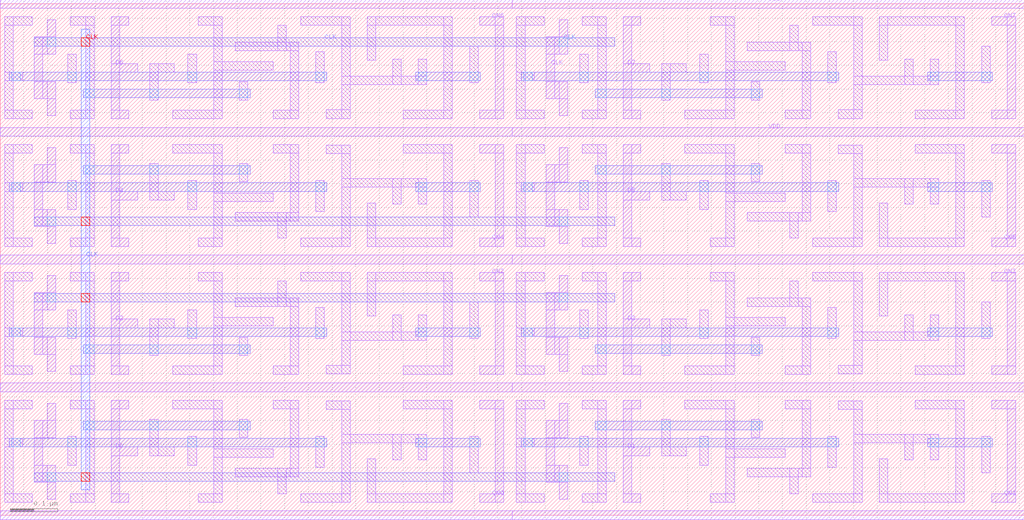
<source format=lef>
VERSION 5.8 ;
BUSBITCHARS "[]" ;
DIVIDERCHAR "/" ;
SITE asap7sc7p5t_R4
  CLASS CORE ;
  SIZE 0.054 BY 1.08 ;
  SYMMETRY Y ;
END asap7sc7p5t_R4

MACRO DFFHQNV4H2Xx1_ASAP7_75t_SL
  CLASS CORE ;
  ORIGIN 0.0 0.0 ;
  FOREIGN DFFHQNV4H2Xx1_ASAP7_75t_SL 0.0 0.0 ;
  SIZE 2.16 BY 1.08 ;
  SYMMETRY X Y ;
  SITE asap7sc7p5t_R4 ;
    PIN VDD
      USE POWER ;
      DIRECTION INOUT ;
      SHAPE ABUTMENT ;
      PORT
        LAYER M1 ;
          RECT 0.0 0.261 1.08 0.279 ;
          RECT 1.08 0.261 2.16 0.279 ;
          RECT 0.0 0.801 1.08 0.819 ;
          RECT 1.08 0.801 2.16 0.819 ;
      END
    END VDD
    PIN VSS
      USE GROUND ;
      DIRECTION INOUT ;
      SHAPE ABUTMENT ;
      PORT
        LAYER M1 ;
          RECT 0.0 -0.009 1.08 0.009 ;
          RECT 1.08 -0.009 2.16 0.009 ;
          RECT 0.0 0.549 1.08 0.531 ;
          RECT 1.08 0.549 2.16 0.531 ;
          RECT 0.0 1.089 1.08 1.071 ;
          RECT 1.08 1.089 2.16 1.071 ;
      END
    END VSS
    PIN CLK
      USE CLOCK ;
      DIRECTION INPUT ;
      PORT
        LAYER M1 ;
          RECT 0.099 0.164 0.117 0.236 ;
          RECT 0.072 0.07 0.117 0.106 ;
          RECT 0.099 0.034 0.117 0.106 ;
          RECT 0.072 0.164 0.117 0.2 ;
          RECT 0.072 0.07 0.09 0.2 ;
          RECT 1.179 0.164 1.197 0.236 ;
          RECT 1.152 0.07 1.197 0.106 ;
          RECT 1.179 0.034 1.197 0.106 ;
          RECT 1.152 0.164 1.197 0.2 ;
          RECT 1.152 0.07 1.17 0.2 ;
          RECT 0.099 0.376 0.117 0.304 ;
          RECT 0.072 0.47 0.117 0.434 ;
          RECT 0.099 0.506 0.117 0.434 ;
          RECT 0.072 0.376 0.117 0.34 ;
          RECT 0.072 0.47 0.09 0.34 ;
          RECT 1.179 0.376 1.197 0.304 ;
          RECT 1.152 0.47 1.197 0.434 ;
          RECT 1.179 0.506 1.197 0.434 ;
          RECT 1.152 0.376 1.197 0.34 ;
          RECT 1.152 0.47 1.17 0.34 ;
          RECT 0.099 0.704 0.117 0.776 ;
          RECT 0.072 0.61 0.117 0.646 ;
          RECT 0.099 0.574 0.117 0.646 ;
          RECT 0.072 0.704 0.117 0.74 ;
          RECT 0.072 0.61 0.09 0.74 ;
          RECT 1.179 0.704 1.197 0.776 ;
          RECT 1.152 0.61 1.197 0.646 ;
          RECT 1.179 0.574 1.197 0.646 ;
          RECT 1.152 0.704 1.197 0.74 ;
          RECT 1.152 0.61 1.17 0.74 ;
          RECT 0.099 0.916 0.117 0.844 ;
          RECT 0.072 1.01 0.117 0.974 ;
          RECT 0.099 1.046 0.117 0.974 ;
          RECT 0.072 0.916 0.117 0.88 ;
          RECT 0.072 1.01 0.09 0.88 ;
          RECT 1.179 0.916 1.197 0.844 ;
          RECT 1.152 1.01 1.197 0.974 ;
          RECT 1.179 1.046 1.197 0.974 ;
          RECT 1.152 0.916 1.197 0.88 ;
          RECT 1.152 1.01 1.17 0.88 ;
        LAYER M2 ;
          RECT 0.072 0.072 1.296 0.09 ;
          RECT 0.072 0.45 1.296 0.468 ;
          RECT 0.072 0.612 1.296 0.63 ;
          RECT 0.072 0.99 1.296 1.008 ;
        LAYER V1 ;
          RECT 0.099 0.072 0.117 0.09 ;
          RECT 1.179 0.072 1.197 0.09 ;
          RECT 0.099 0.45 0.117 0.468 ;
          RECT 1.179 0.45 1.197 0.468 ;
          RECT 0.099 0.612 0.117 0.63 ;
          RECT 1.179 0.612 1.197 0.63 ;
          RECT 0.099 0.99 0.117 1.008 ;
          RECT 1.179 0.99 1.197 1.008 ;
        LAYER M3 ;
          RECT 0.171 0.054 0.189 1.026 ;
        LAYER V2 ;
          RECT 0.171 0.072 0.189 0.09 ;
          RECT 0.171 0.45 0.189 0.468 ;
          RECT 0.171 0.612 0.189 0.63 ;
          RECT 0.171 0.99 0.189 1.008 ;
      END
    END CLK
    PIN D0
      USE SIGNAL ;
      DIRECTION INPUT ;
      PORT
        LAYER M1 ;
          RECT 0.234 0.126 0.29 0.144 ;
          RECT 0.234 0.225 0.271 0.243 ;
          RECT 0.234 0.027 0.271 0.045 ;
          RECT 0.234 0.027 0.252 0.243 ;
      END
    END D0
    PIN QN0
      USE SIGNAL ;
      DIRECTION OUTPUT ;
      PORT
        LAYER M1 ;
          RECT 1.012 0.225 1.062 0.243 ;
          RECT 1.044 0.027 1.062 0.243 ;
          RECT 1.012 0.027 1.062 0.045 ;
      END
    END QN0
    PIN D1
      USE SIGNAL ;
      DIRECTION INPUT ;
      PORT
        LAYER M1 ;
          RECT 1.314 0.126 1.37 0.144 ;
          RECT 1.314 0.225 1.351 0.243 ;
          RECT 1.314 0.027 1.351 0.045 ;
          RECT 1.314 0.027 1.332 0.243 ;
      END
    END D1
    PIN QN1
      USE SIGNAL ;
      DIRECTION OUTPUT ;
      PORT
        LAYER M1 ;
          RECT 2.092 0.225 2.142 0.243 ;
          RECT 2.124 0.027 2.142 0.243 ;
          RECT 2.092 0.027 2.142 0.045 ;
      END
    END QN1
    PIN D2
      USE SIGNAL ;
      DIRECTION INPUT ;
      PORT
        LAYER M1 ;
          RECT 0.234 0.414 0.29 0.396 ;
          RECT 0.234 0.315 0.271 0.297 ;
          RECT 0.234 0.513 0.271 0.495 ;
          RECT 0.234 0.513 0.252 0.297 ;
      END
    END D2
    PIN QN2
      USE SIGNAL ;
      DIRECTION OUTPUT ;
      PORT
        LAYER M1 ;
          RECT 1.012 0.315 1.062 0.297 ;
          RECT 1.044 0.513 1.062 0.297 ;
          RECT 1.012 0.513 1.062 0.495 ;
      END
    END QN2
    PIN D3
      USE SIGNAL ;
      DIRECTION INPUT ;
      PORT
        LAYER M1 ;
          RECT 1.314 0.414 1.37 0.396 ;
          RECT 1.314 0.315 1.351 0.297 ;
          RECT 1.314 0.513 1.351 0.495 ;
          RECT 1.314 0.513 1.332 0.297 ;
      END
    END D3
    PIN QN3
      USE SIGNAL ;
      DIRECTION OUTPUT ;
      PORT
        LAYER M1 ;
          RECT 2.092 0.315 2.142 0.297 ;
          RECT 2.124 0.513 2.142 0.297 ;
          RECT 2.092 0.513 2.142 0.495 ;
      END
    END QN3
    PIN D4
      USE SIGNAL ;
      DIRECTION INPUT ;
      PORT
        LAYER M1 ;
          RECT 0.234 0.666 0.29 0.684 ;
          RECT 0.234 0.765 0.271 0.783 ;
          RECT 0.234 0.567 0.271 0.585 ;
          RECT 0.234 0.567 0.252 0.783 ;
      END
    END D4
    PIN QN4
      USE SIGNAL ;
      DIRECTION OUTPUT ;
      PORT
        LAYER M1 ;
          RECT 1.012 0.765 1.062 0.783 ;
          RECT 1.044 0.567 1.062 0.783 ;
          RECT 1.012 0.567 1.062 0.585 ;
      END
    END QN4
    PIN D5
      USE SIGNAL ;
      DIRECTION INPUT ;
      PORT
        LAYER M1 ;
          RECT 1.314 0.666 1.37 0.684 ;
          RECT 1.314 0.765 1.351 0.783 ;
          RECT 1.314 0.567 1.351 0.585 ;
          RECT 1.314 0.567 1.332 0.783 ;
      END
    END D5
    PIN QN5
      USE SIGNAL ;
      DIRECTION OUTPUT ;
      PORT
        LAYER M1 ;
          RECT 2.092 0.765 2.142 0.783 ;
          RECT 2.124 0.567 2.142 0.783 ;
          RECT 2.092 0.567 2.142 0.585 ;
      END
    END QN5
    PIN D6
      USE SIGNAL ;
      DIRECTION INPUT ;
      PORT
        LAYER M1 ;
          RECT 0.234 0.954 0.29 0.936 ;
          RECT 0.234 0.855 0.271 0.837 ;
          RECT 0.234 1.053 0.271 1.035 ;
          RECT 0.234 1.053 0.252 0.837 ;
      END
    END D6
    PIN QN6
      USE SIGNAL ;
      DIRECTION OUTPUT ;
      PORT
        LAYER M1 ;
          RECT 1.012 0.855 1.062 0.837 ;
          RECT 1.044 1.053 1.062 0.837 ;
          RECT 1.012 1.053 1.062 1.035 ;
      END
    END QN6
    PIN D7
      USE SIGNAL ;
      DIRECTION INPUT ;
      PORT
        LAYER M1 ;
          RECT 1.314 0.954 1.37 0.936 ;
          RECT 1.314 0.855 1.351 0.837 ;
          RECT 1.314 1.053 1.351 1.035 ;
          RECT 1.314 1.053 1.332 0.837 ;
      END
    END D7
    PIN QN7
      USE SIGNAL ;
      DIRECTION OUTPUT ;
      PORT
        LAYER M1 ;
          RECT 2.092 0.855 2.142 0.837 ;
          RECT 2.124 1.053 2.142 0.837 ;
          RECT 2.092 1.053 2.142 1.035 ;
      END
    END QN7
    OBS
      LAYER M1 ;
        RECT 0.85 0.225 0.954 0.243 ;
        RECT 0.936 0.027 0.954 0.243 ;
        RECT 0.774 0.027 0.792 0.119 ;
        RECT 0.774 0.027 0.954 0.045 ;
        RECT 0.688 0.224 0.738 0.242 ;
        RECT 0.72 0.027 0.738 0.242 ;
        RECT 0.72 0.153 0.9 0.171 ;
        RECT 0.882 0.117 0.9 0.171 ;
        RECT 0.828 0.117 0.846 0.171 ;
        RECT 0.634 0.027 0.738 0.045 ;
        RECT 0.576 0.225 0.63 0.243 ;
        RECT 0.612 0.081 0.63 0.243 ;
        RECT 0.496 0.081 0.63 0.099 ;
        RECT 0.585 0.045 0.603 0.099 ;
        RECT 0.364 0.225 0.468 0.243 ;
        RECT 0.45 0.027 0.468 0.243 ;
        RECT 0.45 0.122 0.576 0.14 ;
        RECT 0.418 0.027 0.468 0.045 ;
        RECT 0.315 0.126 0.333 0.203 ;
        RECT 0.315 0.126 0.367 0.144 ;
        RECT 0.148 0.225 0.198 0.243 ;
        RECT 0.18 0.027 0.198 0.243 ;
        RECT 0.148 0.027 0.198 0.045 ;
        RECT 0.009 0.225 0.068 0.243 ;
        RECT 0.009 0.027 0.027 0.243 ;
        RECT 0.009 0.144 0.047 0.162 ;
        RECT 0.009 0.027 0.068 0.045 ;
        RECT 0.99 0.09 1.008 0.167 ;
        RECT 0.666 0.101 0.684 0.167 ;
        RECT 0.504 0.165 0.522 0.203 ;
        RECT 0.396 0.106 0.414 0.167 ;
        RECT 0.142 0.106 0.16 0.167 ;
        RECT 1.93 0.225 2.034 0.243 ;
        RECT 2.016 0.027 2.034 0.243 ;
        RECT 1.854 0.027 1.872 0.119 ;
        RECT 1.854 0.027 2.034 0.045 ;
        RECT 1.768 0.224 1.818 0.242 ;
        RECT 1.8 0.027 1.818 0.242 ;
        RECT 1.8 0.153 1.98 0.171 ;
        RECT 1.962 0.117 1.98 0.171 ;
        RECT 1.908 0.117 1.926 0.171 ;
        RECT 1.714 0.027 1.818 0.045 ;
        RECT 1.656 0.225 1.71 0.243 ;
        RECT 1.692 0.081 1.71 0.243 ;
        RECT 1.576 0.081 1.71 0.099 ;
        RECT 1.665 0.045 1.683 0.099 ;
        RECT 1.444 0.225 1.548 0.243 ;
        RECT 1.53 0.027 1.548 0.243 ;
        RECT 1.53 0.122 1.656 0.14 ;
        RECT 1.498 0.027 1.548 0.045 ;
        RECT 1.395 0.126 1.413 0.203 ;
        RECT 1.395 0.126 1.447 0.144 ;
        RECT 1.228 0.225 1.278 0.243 ;
        RECT 1.26 0.027 1.278 0.243 ;
        RECT 1.228 0.027 1.278 0.045 ;
        RECT 1.089 0.225 1.148 0.243 ;
        RECT 1.089 0.027 1.107 0.243 ;
        RECT 1.089 0.144 1.127 0.162 ;
        RECT 1.089 0.027 1.148 0.045 ;
        RECT 2.07 0.09 2.088 0.167 ;
        RECT 1.746 0.101 1.764 0.167 ;
        RECT 1.584 0.165 1.602 0.203 ;
        RECT 1.476 0.106 1.494 0.167 ;
        RECT 1.222 0.106 1.24 0.167 ;
        RECT 0.85 0.315 0.954 0.297 ;
        RECT 0.936 0.513 0.954 0.297 ;
        RECT 0.774 0.513 0.792 0.421 ;
        RECT 0.774 0.513 0.954 0.495 ;
        RECT 0.688 0.316 0.738 0.298 ;
        RECT 0.72 0.513 0.738 0.298 ;
        RECT 0.72 0.387 0.9 0.369 ;
        RECT 0.882 0.423 0.9 0.369 ;
        RECT 0.828 0.423 0.846 0.369 ;
        RECT 0.634 0.513 0.738 0.495 ;
        RECT 0.576 0.315 0.63 0.297 ;
        RECT 0.612 0.459 0.63 0.297 ;
        RECT 0.496 0.459 0.63 0.441 ;
        RECT 0.585 0.495 0.603 0.441 ;
        RECT 0.364 0.315 0.468 0.297 ;
        RECT 0.45 0.513 0.468 0.297 ;
        RECT 0.45 0.418 0.576 0.4 ;
        RECT 0.418 0.513 0.468 0.495 ;
        RECT 0.315 0.414 0.333 0.337 ;
        RECT 0.315 0.414 0.367 0.396 ;
        RECT 0.148 0.315 0.198 0.297 ;
        RECT 0.18 0.513 0.198 0.297 ;
        RECT 0.148 0.513 0.198 0.495 ;
        RECT 0.009 0.315 0.068 0.297 ;
        RECT 0.009 0.513 0.027 0.297 ;
        RECT 0.009 0.396 0.047 0.378 ;
        RECT 0.009 0.513 0.068 0.495 ;
        RECT 0.99 0.45 1.008 0.373 ;
        RECT 0.666 0.439 0.684 0.373 ;
        RECT 0.504 0.375 0.522 0.337 ;
        RECT 0.396 0.434 0.414 0.373 ;
        RECT 0.142 0.434 0.16 0.373 ;
        RECT 1.93 0.315 2.034 0.297 ;
        RECT 2.016 0.513 2.034 0.297 ;
        RECT 1.854 0.513 1.872 0.421 ;
        RECT 1.854 0.513 2.034 0.495 ;
        RECT 1.768 0.316 1.818 0.298 ;
        RECT 1.8 0.513 1.818 0.298 ;
        RECT 1.8 0.387 1.98 0.369 ;
        RECT 1.962 0.423 1.98 0.369 ;
        RECT 1.908 0.423 1.926 0.369 ;
        RECT 1.714 0.513 1.818 0.495 ;
        RECT 1.656 0.315 1.71 0.297 ;
        RECT 1.692 0.459 1.71 0.297 ;
        RECT 1.576 0.459 1.71 0.441 ;
        RECT 1.665 0.495 1.683 0.441 ;
        RECT 1.444 0.315 1.548 0.297 ;
        RECT 1.53 0.513 1.548 0.297 ;
        RECT 1.53 0.418 1.656 0.4 ;
        RECT 1.498 0.513 1.548 0.495 ;
        RECT 1.395 0.414 1.413 0.337 ;
        RECT 1.395 0.414 1.447 0.396 ;
        RECT 1.228 0.315 1.278 0.297 ;
        RECT 1.26 0.513 1.278 0.297 ;
        RECT 1.228 0.513 1.278 0.495 ;
        RECT 1.089 0.315 1.148 0.297 ;
        RECT 1.089 0.513 1.107 0.297 ;
        RECT 1.089 0.396 1.127 0.378 ;
        RECT 1.089 0.513 1.148 0.495 ;
        RECT 2.07 0.45 2.088 0.373 ;
        RECT 1.746 0.439 1.764 0.373 ;
        RECT 1.584 0.375 1.602 0.337 ;
        RECT 1.476 0.434 1.494 0.373 ;
        RECT 1.222 0.434 1.24 0.373 ;
        RECT 0.85 0.765 0.954 0.783 ;
        RECT 0.936 0.567 0.954 0.783 ;
        RECT 0.774 0.567 0.792 0.659 ;
        RECT 0.774 0.567 0.954 0.585 ;
        RECT 0.688 0.764 0.738 0.782 ;
        RECT 0.72 0.567 0.738 0.782 ;
        RECT 0.72 0.693 0.9 0.711 ;
        RECT 0.882 0.657 0.9 0.711 ;
        RECT 0.828 0.657 0.846 0.711 ;
        RECT 0.634 0.567 0.738 0.585 ;
        RECT 0.576 0.765 0.63 0.783 ;
        RECT 0.612 0.621 0.63 0.783 ;
        RECT 0.496 0.621 0.63 0.639 ;
        RECT 0.585 0.585 0.603 0.639 ;
        RECT 0.364 0.765 0.468 0.783 ;
        RECT 0.45 0.567 0.468 0.783 ;
        RECT 0.45 0.662 0.576 0.68 ;
        RECT 0.418 0.567 0.468 0.585 ;
        RECT 0.315 0.666 0.333 0.743 ;
        RECT 0.315 0.666 0.367 0.684 ;
        RECT 0.148 0.765 0.198 0.783 ;
        RECT 0.18 0.567 0.198 0.783 ;
        RECT 0.148 0.567 0.198 0.585 ;
        RECT 0.009 0.765 0.068 0.783 ;
        RECT 0.009 0.567 0.027 0.783 ;
        RECT 0.009 0.684 0.047 0.702 ;
        RECT 0.009 0.567 0.068 0.585 ;
        RECT 0.99 0.63 1.008 0.707 ;
        RECT 0.666 0.641 0.684 0.707 ;
        RECT 0.504 0.705 0.522 0.743 ;
        RECT 0.396 0.646 0.414 0.707 ;
        RECT 0.142 0.646 0.16 0.707 ;
        RECT 1.93 0.765 2.034 0.783 ;
        RECT 2.016 0.567 2.034 0.783 ;
        RECT 1.854 0.567 1.872 0.659 ;
        RECT 1.854 0.567 2.034 0.585 ;
        RECT 1.768 0.764 1.818 0.782 ;
        RECT 1.8 0.567 1.818 0.782 ;
        RECT 1.8 0.693 1.98 0.711 ;
        RECT 1.962 0.657 1.98 0.711 ;
        RECT 1.908 0.657 1.926 0.711 ;
        RECT 1.714 0.567 1.818 0.585 ;
        RECT 1.656 0.765 1.71 0.783 ;
        RECT 1.692 0.621 1.71 0.783 ;
        RECT 1.576 0.621 1.71 0.639 ;
        RECT 1.665 0.585 1.683 0.639 ;
        RECT 1.444 0.765 1.548 0.783 ;
        RECT 1.53 0.567 1.548 0.783 ;
        RECT 1.53 0.662 1.656 0.68 ;
        RECT 1.498 0.567 1.548 0.585 ;
        RECT 1.395 0.666 1.413 0.743 ;
        RECT 1.395 0.666 1.447 0.684 ;
        RECT 1.228 0.765 1.278 0.783 ;
        RECT 1.26 0.567 1.278 0.783 ;
        RECT 1.228 0.567 1.278 0.585 ;
        RECT 1.089 0.765 1.148 0.783 ;
        RECT 1.089 0.567 1.107 0.783 ;
        RECT 1.089 0.684 1.127 0.702 ;
        RECT 1.089 0.567 1.148 0.585 ;
        RECT 2.07 0.63 2.088 0.707 ;
        RECT 1.746 0.641 1.764 0.707 ;
        RECT 1.584 0.705 1.602 0.743 ;
        RECT 1.476 0.646 1.494 0.707 ;
        RECT 1.222 0.646 1.24 0.707 ;
        RECT 0.85 0.855 0.954 0.837 ;
        RECT 0.936 1.053 0.954 0.837 ;
        RECT 0.774 1.053 0.792 0.961 ;
        RECT 0.774 1.053 0.954 1.035 ;
        RECT 0.688 0.856 0.738 0.838 ;
        RECT 0.72 1.053 0.738 0.838 ;
        RECT 0.72 0.927 0.9 0.909 ;
        RECT 0.882 0.963 0.9 0.909 ;
        RECT 0.828 0.963 0.846 0.909 ;
        RECT 0.634 1.053 0.738 1.035 ;
        RECT 0.576 0.855 0.63 0.837 ;
        RECT 0.612 0.999 0.63 0.837 ;
        RECT 0.496 0.999 0.63 0.981 ;
        RECT 0.585 1.035 0.603 0.981 ;
        RECT 0.364 0.855 0.468 0.837 ;
        RECT 0.45 1.053 0.468 0.837 ;
        RECT 0.45 0.958 0.576 0.94 ;
        RECT 0.418 1.053 0.468 1.035 ;
        RECT 0.315 0.954 0.333 0.877 ;
        RECT 0.315 0.954 0.367 0.936 ;
        RECT 0.148 0.855 0.198 0.837 ;
        RECT 0.18 1.053 0.198 0.837 ;
        RECT 0.148 1.053 0.198 1.035 ;
        RECT 0.009 0.855 0.068 0.837 ;
        RECT 0.009 1.053 0.027 0.837 ;
        RECT 0.009 0.936 0.047 0.918 ;
        RECT 0.009 1.053 0.068 1.035 ;
        RECT 0.99 0.99 1.008 0.913 ;
        RECT 0.666 0.979 0.684 0.913 ;
        RECT 0.504 0.915 0.522 0.877 ;
        RECT 0.396 0.974 0.414 0.913 ;
        RECT 0.142 0.974 0.16 0.913 ;
        RECT 1.93 0.855 2.034 0.837 ;
        RECT 2.016 1.053 2.034 0.837 ;
        RECT 1.854 1.053 1.872 0.961 ;
        RECT 1.854 1.053 2.034 1.035 ;
        RECT 1.768 0.856 1.818 0.838 ;
        RECT 1.8 1.053 1.818 0.838 ;
        RECT 1.8 0.927 1.98 0.909 ;
        RECT 1.962 0.963 1.98 0.909 ;
        RECT 1.908 0.963 1.926 0.909 ;
        RECT 1.714 1.053 1.818 1.035 ;
        RECT 1.656 0.855 1.71 0.837 ;
        RECT 1.692 0.999 1.71 0.837 ;
        RECT 1.576 0.999 1.71 0.981 ;
        RECT 1.665 1.035 1.683 0.981 ;
        RECT 1.444 0.855 1.548 0.837 ;
        RECT 1.53 1.053 1.548 0.837 ;
        RECT 1.53 0.958 1.656 0.94 ;
        RECT 1.498 1.053 1.548 1.035 ;
        RECT 1.395 0.954 1.413 0.877 ;
        RECT 1.395 0.954 1.447 0.936 ;
        RECT 1.228 0.855 1.278 0.837 ;
        RECT 1.26 1.053 1.278 0.837 ;
        RECT 1.228 1.053 1.278 1.035 ;
        RECT 1.089 0.855 1.148 0.837 ;
        RECT 1.089 1.053 1.107 0.837 ;
        RECT 1.089 0.936 1.127 0.918 ;
        RECT 1.089 1.053 1.148 1.035 ;
        RECT 2.07 0.99 2.088 0.913 ;
        RECT 1.746 0.979 1.764 0.913 ;
        RECT 1.584 0.915 1.602 0.877 ;
        RECT 1.476 0.974 1.494 0.913 ;
        RECT 1.222 0.974 1.24 0.913 ;
      LAYER M2 ;
        RECT 0.877 0.144 1.013 0.162 ;
        RECT 0.019 0.144 0.689 0.162 ;
        RECT 0.175 0.18 0.527 0.198 ;
        RECT 1.957 0.144 2.093 0.162 ;
        RECT 1.099 0.144 1.769 0.162 ;
        RECT 1.255 0.18 1.607 0.198 ;
        RECT 0.877 0.396 1.013 0.378 ;
        RECT 0.019 0.396 0.689 0.378 ;
        RECT 0.175 0.36 0.527 0.342 ;
        RECT 1.957 0.396 2.093 0.378 ;
        RECT 1.099 0.396 1.769 0.378 ;
        RECT 1.255 0.36 1.607 0.342 ;
        RECT 0.877 0.684 1.013 0.702 ;
        RECT 0.019 0.684 0.689 0.702 ;
        RECT 0.175 0.72 0.527 0.738 ;
        RECT 1.957 0.684 2.093 0.702 ;
        RECT 1.099 0.684 1.769 0.702 ;
        RECT 1.255 0.72 1.607 0.738 ;
        RECT 0.877 0.936 1.013 0.918 ;
        RECT 0.019 0.936 0.689 0.918 ;
        RECT 0.175 0.9 0.527 0.882 ;
        RECT 1.957 0.936 2.093 0.918 ;
        RECT 1.099 0.936 1.769 0.918 ;
        RECT 1.255 0.9 1.607 0.882 ;
      LAYER V1 ;
        RECT 0.99 0.144 1.008 0.162 ;
        RECT 0.882 0.144 0.9 0.162 ;
        RECT 0.666 0.144 0.684 0.162 ;
        RECT 0.504 0.18 0.522 0.198 ;
        RECT 0.396 0.144 0.414 0.162 ;
        RECT 0.315 0.18 0.333 0.198 ;
        RECT 0.18 0.18 0.198 0.198 ;
        RECT 0.142 0.144 0.16 0.162 ;
        RECT 0.024 0.144 0.042 0.162 ;
        RECT 2.07 0.144 2.088 0.162 ;
        RECT 1.962 0.144 1.98 0.162 ;
        RECT 1.746 0.144 1.764 0.162 ;
        RECT 1.584 0.18 1.602 0.198 ;
        RECT 1.476 0.144 1.494 0.162 ;
        RECT 1.395 0.18 1.413 0.198 ;
        RECT 1.26 0.18 1.278 0.198 ;
        RECT 1.222 0.144 1.24 0.162 ;
        RECT 1.104 0.144 1.122 0.162 ;
        RECT 0.99 0.396 1.008 0.378 ;
        RECT 0.882 0.396 0.9 0.378 ;
        RECT 0.666 0.396 0.684 0.378 ;
        RECT 0.504 0.36 0.522 0.342 ;
        RECT 0.396 0.396 0.414 0.378 ;
        RECT 0.315 0.36 0.333 0.342 ;
        RECT 0.18 0.36 0.198 0.342 ;
        RECT 0.142 0.396 0.16 0.378 ;
        RECT 0.024 0.396 0.042 0.378 ;
        RECT 2.07 0.396 2.088 0.378 ;
        RECT 1.962 0.396 1.98 0.378 ;
        RECT 1.746 0.396 1.764 0.378 ;
        RECT 1.584 0.36 1.602 0.342 ;
        RECT 1.476 0.396 1.494 0.378 ;
        RECT 1.395 0.36 1.413 0.342 ;
        RECT 1.26 0.36 1.278 0.342 ;
        RECT 1.222 0.396 1.24 0.378 ;
        RECT 1.104 0.396 1.122 0.378 ;
        RECT 0.99 0.684 1.008 0.702 ;
        RECT 0.882 0.684 0.9 0.702 ;
        RECT 0.666 0.684 0.684 0.702 ;
        RECT 0.504 0.72 0.522 0.738 ;
        RECT 0.396 0.684 0.414 0.702 ;
        RECT 0.315 0.72 0.333 0.738 ;
        RECT 0.18 0.72 0.198 0.738 ;
        RECT 0.142 0.684 0.16 0.702 ;
        RECT 0.024 0.684 0.042 0.702 ;
        RECT 2.07 0.684 2.088 0.702 ;
        RECT 1.962 0.684 1.98 0.702 ;
        RECT 1.746 0.684 1.764 0.702 ;
        RECT 1.584 0.72 1.602 0.738 ;
        RECT 1.476 0.684 1.494 0.702 ;
        RECT 1.395 0.72 1.413 0.738 ;
        RECT 1.26 0.72 1.278 0.738 ;
        RECT 1.222 0.684 1.24 0.702 ;
        RECT 1.104 0.684 1.122 0.702 ;
        RECT 0.99 0.936 1.008 0.918 ;
        RECT 0.882 0.936 0.9 0.918 ;
        RECT 0.666 0.936 0.684 0.918 ;
        RECT 0.504 0.9 0.522 0.882 ;
        RECT 0.396 0.936 0.414 0.918 ;
        RECT 0.315 0.9 0.333 0.882 ;
        RECT 0.18 0.9 0.198 0.882 ;
        RECT 0.142 0.936 0.16 0.918 ;
        RECT 0.024 0.936 0.042 0.918 ;
        RECT 2.07 0.936 2.088 0.918 ;
        RECT 1.962 0.936 1.98 0.918 ;
        RECT 1.746 0.936 1.764 0.918 ;
        RECT 1.584 0.9 1.602 0.882 ;
        RECT 1.476 0.936 1.494 0.918 ;
        RECT 1.395 0.9 1.413 0.882 ;
        RECT 1.26 0.9 1.278 0.882 ;
        RECT 1.222 0.936 1.24 0.918 ;
        RECT 1.104 0.936 1.122 0.918 ;
    END
END DFFHQNV4H2Xx1_ASAP7_75t_SL

END LIBRARY

</source>
